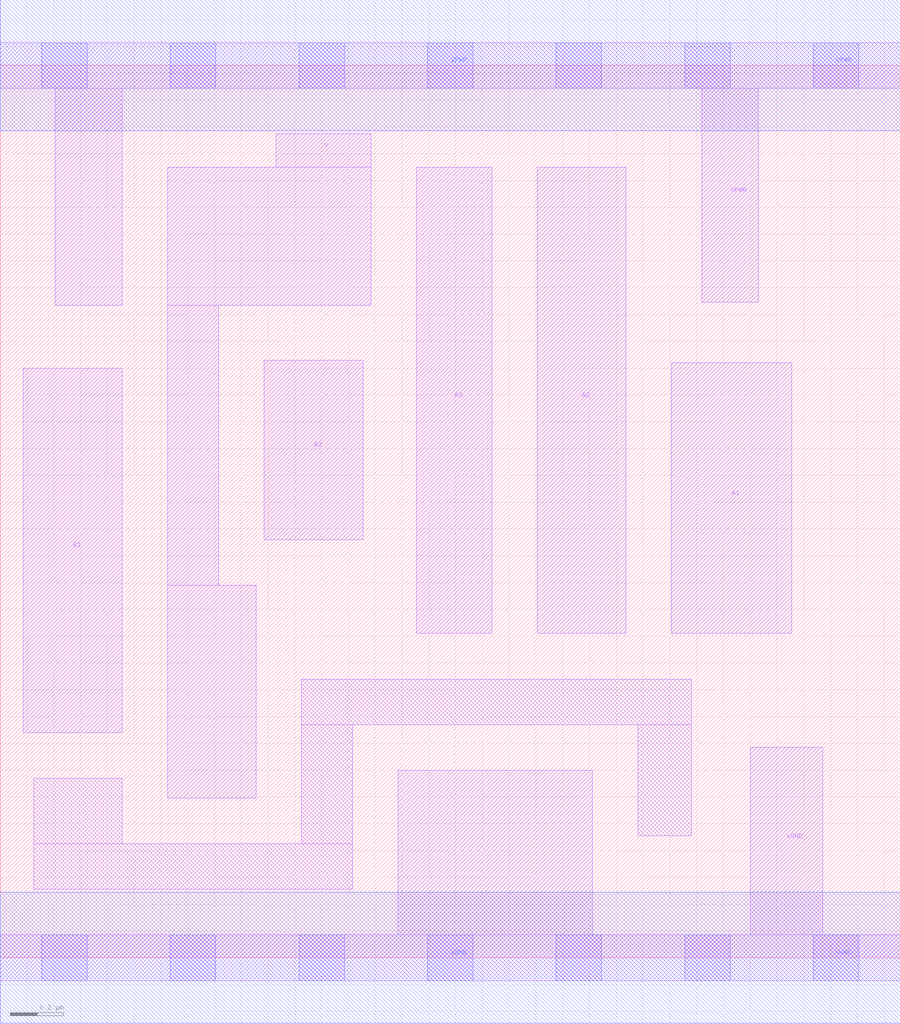
<source format=lef>
# Copyright 2020 The SkyWater PDK Authors
#
# Licensed under the Apache License, Version 2.0 (the "License");
# you may not use this file except in compliance with the License.
# You may obtain a copy of the License at
#
#     https://www.apache.org/licenses/LICENSE-2.0
#
# Unless required by applicable law or agreed to in writing, software
# distributed under the License is distributed on an "AS IS" BASIS,
# WITHOUT WARRANTIES OR CONDITIONS OF ANY KIND, either express or implied.
# See the License for the specific language governing permissions and
# limitations under the License.
#
# SPDX-License-Identifier: Apache-2.0

VERSION 5.7 ;
  NAMESCASESENSITIVE ON ;
  NOWIREEXTENSIONATPIN ON ;
  DIVIDERCHAR "/" ;
  BUSBITCHARS "[]" ;
UNITS
  DATABASE MICRONS 200 ;
END UNITS
MACRO sky130_fd_sc_lp__o32ai_0
  CLASS CORE ;
  SOURCE USER ;
  FOREIGN sky130_fd_sc_lp__o32ai_0 ;
  ORIGIN  0.000000  0.000000 ;
  SIZE  3.360000 BY  3.330000 ;
  SYMMETRY X Y R90 ;
  SITE unit ;
  PIN A1
    ANTENNAGATEAREA  0.159000 ;
    DIRECTION INPUT ;
    USE SIGNAL ;
    PORT
      LAYER li1 ;
        RECT 2.505000 1.210000 2.955000 2.220000 ;
    END
  END A1
  PIN A2
    ANTENNAGATEAREA  0.159000 ;
    DIRECTION INPUT ;
    USE SIGNAL ;
    PORT
      LAYER li1 ;
        RECT 2.005000 1.210000 2.335000 2.950000 ;
    END
  END A2
  PIN A3
    ANTENNAGATEAREA  0.159000 ;
    DIRECTION INPUT ;
    USE SIGNAL ;
    PORT
      LAYER li1 ;
        RECT 1.555000 1.210000 1.835000 2.950000 ;
    END
  END A3
  PIN B1
    ANTENNAGATEAREA  0.159000 ;
    DIRECTION INPUT ;
    USE SIGNAL ;
    PORT
      LAYER li1 ;
        RECT 0.085000 0.840000 0.455000 2.200000 ;
    END
  END B1
  PIN B2
    ANTENNAGATEAREA  0.159000 ;
    DIRECTION INPUT ;
    USE SIGNAL ;
    PORT
      LAYER li1 ;
        RECT 0.985000 1.560000 1.355000 2.230000 ;
    END
  END B2
  PIN Y
    ANTENNADIFFAREA  0.415800 ;
    DIRECTION OUTPUT ;
    USE SIGNAL ;
    PORT
      LAYER li1 ;
        RECT 0.625000 0.595000 0.955000 1.390000 ;
        RECT 0.625000 1.390000 0.815000 2.435000 ;
        RECT 0.625000 2.435000 1.385000 2.950000 ;
        RECT 1.030000 2.950000 1.385000 3.075000 ;
    END
  END Y
  PIN VGND
    DIRECTION INOUT ;
    USE GROUND ;
    PORT
      LAYER li1 ;
        RECT 0.000000 -0.085000 3.360000 0.085000 ;
        RECT 1.485000  0.085000 2.210000 0.700000 ;
        RECT 2.800000  0.085000 3.070000 0.785000 ;
      LAYER mcon ;
        RECT 0.155000 -0.085000 0.325000 0.085000 ;
        RECT 0.635000 -0.085000 0.805000 0.085000 ;
        RECT 1.115000 -0.085000 1.285000 0.085000 ;
        RECT 1.595000 -0.085000 1.765000 0.085000 ;
        RECT 2.075000 -0.085000 2.245000 0.085000 ;
        RECT 2.555000 -0.085000 2.725000 0.085000 ;
        RECT 3.035000 -0.085000 3.205000 0.085000 ;
      LAYER met1 ;
        RECT 0.000000 -0.245000 3.360000 0.245000 ;
    END
  END VGND
  PIN VPWR
    DIRECTION INOUT ;
    USE POWER ;
    PORT
      LAYER li1 ;
        RECT 0.000000 3.245000 3.360000 3.415000 ;
        RECT 0.205000 2.435000 0.455000 3.245000 ;
        RECT 2.620000 2.445000 2.830000 3.245000 ;
      LAYER mcon ;
        RECT 0.155000 3.245000 0.325000 3.415000 ;
        RECT 0.635000 3.245000 0.805000 3.415000 ;
        RECT 1.115000 3.245000 1.285000 3.415000 ;
        RECT 1.595000 3.245000 1.765000 3.415000 ;
        RECT 2.075000 3.245000 2.245000 3.415000 ;
        RECT 2.555000 3.245000 2.725000 3.415000 ;
        RECT 3.035000 3.245000 3.205000 3.415000 ;
      LAYER met1 ;
        RECT 0.000000 3.085000 3.360000 3.575000 ;
    END
  END VPWR
  OBS
    LAYER li1 ;
      RECT 0.125000 0.255000 1.315000 0.425000 ;
      RECT 0.125000 0.425000 0.455000 0.670000 ;
      RECT 1.125000 0.425000 1.315000 0.870000 ;
      RECT 1.125000 0.870000 2.580000 1.040000 ;
      RECT 2.380000 0.455000 2.580000 0.870000 ;
  END
END sky130_fd_sc_lp__o32ai_0

</source>
